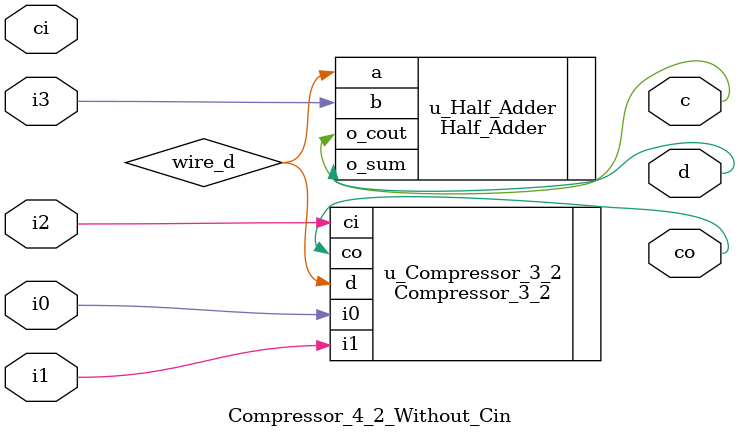
<source format=v>
`timescale 1ns / 1ps

module Compressor_4_2_Without_Cin(i0,i1,i2,i3,ci,co,c,d);

input wire i0   ;
input wire i1   ;
input wire i2   ;
input wire i3   ;
input wire ci   ;
output wire co  ;
output wire c   ;
output wire d   ;

wire    wire_d      ;

Compressor_3_2 u_Compressor_3_2(
    .i0     ( i0     ),
    .i1     ( i1     ),
    .ci     ( i2     ),
    .co     ( co     ),
    .d      ( wire_d )
);

Half_Adder u_Half_Adder(
    .a      ( wire_d ),
    .b      ( i3     ),
    .o_cout ( c      ),
    .o_sum  ( d      )
);
 
endmodule
</source>
